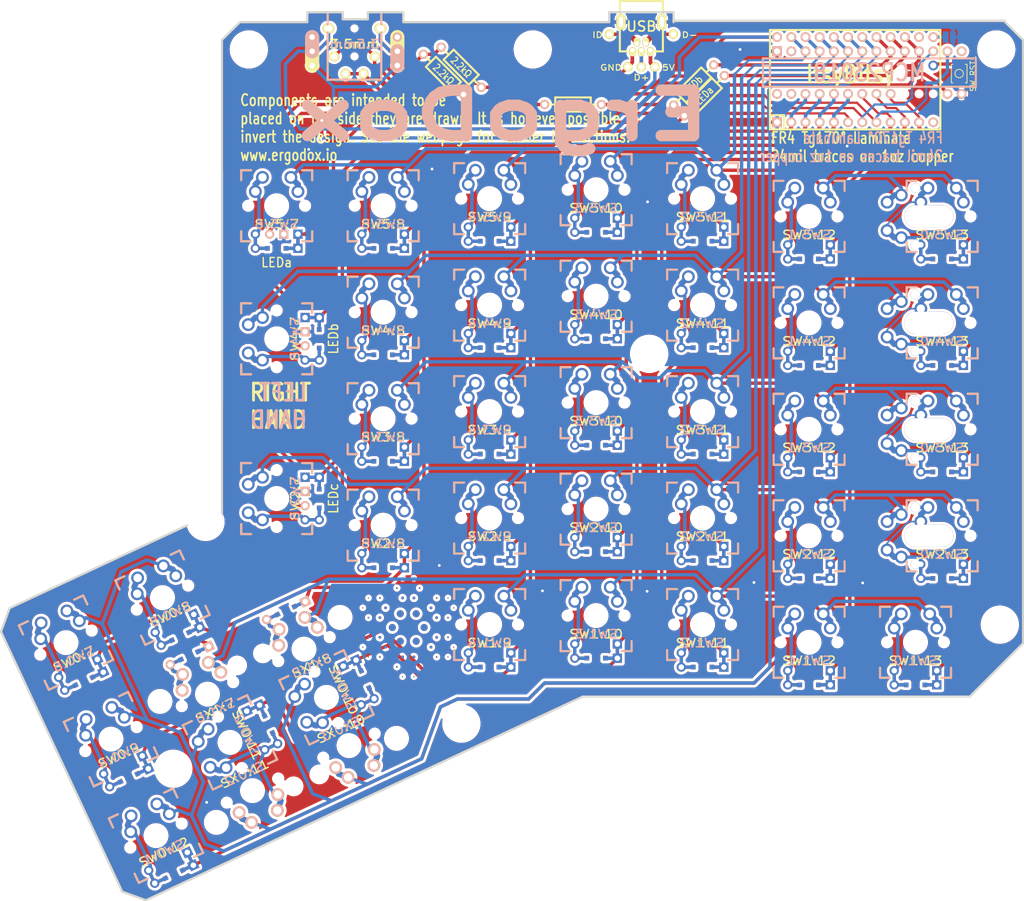
<source format=kicad_pcb>
(kicad_pcb
	(version 20241229)
	(generator "pcbnew")
	(generator_version "9.0")
	(general
		(thickness 1.6002)
		(legacy_teardrops no)
	)
	(paper "A4")
	(layers
		(0 "F.Cu" signal "Front")
		(2 "B.Cu" signal "Back")
		(9 "F.Adhes" user "F.Adhesive")
		(11 "B.Adhes" user "B.Adhesive")
		(13 "F.Paste" user)
		(15 "B.Paste" user)
		(5 "F.SilkS" user "F.Silkscreen")
		(7 "B.SilkS" user "B.Silkscreen")
		(1 "F.Mask" user)
		(3 "B.Mask" user)
		(17 "Dwgs.User" user "User.Drawings")
		(19 "Cmts.User" user "User.Comments")
		(21 "Eco1.User" user "User.Eco1")
		(23 "Eco2.User" user "User.Eco2")
		(25 "Edge.Cuts" user)
		(27 "Margin" user)
		(31 "F.CrtYd" user "F.Courtyard")
		(29 "B.CrtYd" user "B.Courtyard")
	)
	(setup
		(stackup
			(layer "F.SilkS"
				(type "Top Silk Screen")
			)
			(layer "F.Paste"
				(type "Top Solder Paste")
			)
			(layer "F.Mask"
				(type "Top Solder Mask")
				(thickness 0.01)
			)
			(layer "F.Cu"
				(type "copper")
				(thickness 0.035)
			)
			(layer "dielectric 1"
				(type "core")
				(thickness 1.5102)
				(material "FR4")
				(epsilon_r 4.5)
				(loss_tangent 0.02)
			)
			(layer "B.Cu"
				(type "copper")
				(thickness 0.035)
			)
			(layer "B.Mask"
				(type "Bottom Solder Mask")
				(thickness 0.01)
			)
			(layer "B.Paste"
				(type "Bottom Solder Paste")
			)
			(layer "B.SilkS"
				(type "Bottom Silk Screen")
			)
			(copper_finish "None")
			(dielectric_constraints no)
		)
		(pad_to_mask_clearance 0.0508)
		(allow_soldermask_bridges_in_footprints no)
		(tenting front back)
		(pcbplotparams
			(layerselection 0x00000000_00000000_55555555_57ffffff)
			(plot_on_all_layers_selection 0x00000000_00000000_00000000_00000000)
			(disableapertmacros no)
			(usegerberextensions yes)
			(usegerberattributes yes)
			(usegerberadvancedattributes yes)
			(creategerberjobfile yes)
			(dashed_line_dash_ratio 12.000000)
			(dashed_line_gap_ratio 3.000000)
			(svgprecision 4)
			(plotframeref no)
			(mode 1)
			(useauxorigin no)
			(hpglpennumber 1)
			(hpglpenspeed 20)
			(hpglpendiameter 100.000000)
			(pdf_front_fp_property_popups yes)
			(pdf_back_fp_property_popups yes)
			(pdf_metadata yes)
			(pdf_single_document no)
			(dxfpolygonmode yes)
			(dxfimperialunits yes)
			(dxfusepcbnewfont yes)
			(psnegative no)
			(psa4output no)
			(plot_black_and_white yes)
			(sketchpadsonfab no)
			(plotpadnumbers no)
			(hidednponfab no)
			(sketchdnponfab yes)
			(crossoutdnponfab yes)
			(subtractmaskfromsilk no)
			(outputformat 1)
			(mirror no)
			(drillshape 0)
			(scaleselection 1)
			(outputdirectory "gerber/")
		)
	)
	(net 0 "")
	(net 1 "/COL0")
	(net 2 "/COL1")
	(net 3 "/COL10")
	(net 4 "/COL11")
	(net 5 "/COL4")
	(net 6 "/COL5")
	(net 7 "/COL6")
	(net 8 "/LED_A")
	(net 9 "/LED_B")
	(net 10 "/LED_C")
	(net 11 "/ROW0")
	(net 12 "/ROW1")
	(net 13 "/ROW2")
	(net 14 "/ROW3")
	(net 15 "/ROW4")
	(net 16 "/ROW5")
	(net 17 "/SCLM")
	(net 18 "/SDAM")
	(net 19 "GND")
	(net 20 "VCC")
	(net 21 "Net-(D1:7-Pad1)")
	(net 22 "Net-(D1:8-Pad1)")
	(net 23 "Net-(J1-Pad1)")
	(net 24 "Net-(J1-Pad2)")
	(net 25 "Net-(J1-Pad3)")
	(net 26 "Net-(J1-Pad4)")
	(net 27 "Net-(J1-Pad5)")
	(net 28 "Net-(LED_A1-Pad1)")
	(net 29 "Net-(LED_B1-Pad1)")
	(net 30 "Net-(LED_C1-Pad1)")
	(net 31 "Net-(SW0:7-Pad2)")
	(net 32 "Net-(SW0:8-Pad2)")
	(net 33 "Net-(SW0:9-Pad2)")
	(net 34 "Net-(SW0:10-Pad2)")
	(net 35 "Net-(SW0:11-Pad2)")
	(net 36 "Net-(SW0:12-Pad2)")
	(net 37 "Net-(SW1:9-Pad2)")
	(net 38 "Net-(SW1:10-Pad2)")
	(net 39 "Net-(SW1:11-Pad2)")
	(net 40 "Net-(SW1:12-Pad2)")
	(net 41 "Net-(SW1:13-Pad2)")
	(net 42 "Net-(SW2:7-Pad2)")
	(net 43 "Net-(SW2:8-Pad2)")
	(net 44 "Net-(SW2:9-Pad2)")
	(net 45 "Net-(SW2:10-Pad2)")
	(net 46 "Net-(SW2:11-Pad2)")
	(net 47 "Net-(SW2:12-Pad2)")
	(net 48 "Net-(SW2:13-Pad2)")
	(net 49 "Net-(SW3:8-Pad2)")
	(net 50 "Net-(SW3:9-Pad2)")
	(net 51 "Net-(SW3:10-Pad2)")
	(net 52 "Net-(SW3:11-Pad2)")
	(net 53 "Net-(SW3:12-Pad2)")
	(net 54 "Net-(SW3:13-Pad2)")
	(net 55 "Net-(SW4:7-Pad2)")
	(net 56 "Net-(SW4:8-Pad2)")
	(net 57 "Net-(SW4:9-Pad2)")
	(net 58 "Net-(SW4:10-Pad2)")
	(net 59 "Net-(SW4:11-Pad2)")
	(net 60 "Net-(SW4:12-Pad2)")
	(net 61 "Net-(SW4:13-Pad2)")
	(net 62 "Net-(SW5:7-Pad2)")
	(net 63 "Net-(SW5:8-Pad2)")
	(net 64 "Net-(SW5:9-Pad2)")
	(net 65 "Net-(SW5:10-Pad2)")
	(net 66 "Net-(SW5:11-Pad2)")
	(net 67 "Net-(SW5:12-Pad2)")
	(net 68 "Net-(SW5:13-Pad2)")
	(net 69 "Net-(U1-Pad12)")
	(net 70 "Net-(U1-Pad19)")
	(net 71 "Net-(U2-Pad14)")
	(net 72 "Net-(U2-Pad27)")
	(net 73 "Net-(U2-Pad28)")
	(net 74 "/RST")
	(footprint "ErgoDOX pcb:MX_FLIP_DIODE" (layer "F.Cu") (at 186.69 143.20266))
	(footprint "ErgoDOX pcb:MX_FLIP_DIODE" (layer "F.Cu") (at 129.54 138.43))
	(footprint "ErgoDOX pcb:MX_FLIP_DIODE" (layer "F.Cu") (at 110.49 140.02766))
	(footprint "ErgoDOX pcb:MX_FLIP_XX" (layer "F.Cu") (at 191.4525 124.15266))
	(footprint "ErgoDOX pcb:MX_FLIP_DIODE" (layer "F.Cu") (at 129.54 119.38))
	(footprint "ErgoDOX pcb:MX_FLIP_DIODE" (layer "F.Cu") (at 110.49 120.97766))
	(footprint "ErgoDOX pcb:MX_FLIP_DIODE" (layer "F.Cu") (at 72.39 117.48516 90))
	(footprint "ErgoDOX pcb:MX_FLIP_XX" (layer "F.Cu") (at 191.4525 105.10266))
	(footprint "ErgoDOX pcb:MX_FLIP_DIODE" (layer "F.Cu") (at 148.59 101.92766))
	(footprint "ErgoDOX pcb:MX_FLIP_DIODE" (layer "F.Cu") (at 129.54 100.33))
	(footprint "ErgoDOX pcb:MX_FLIP_DIODE" (layer "F.Cu") (at 110.49 101.92766))
	(footprint "ErgoDOX pcb:MX_FLIP_DIODE" (layer "F.Cu") (at 91.44 103.19766))
	(footprint "ErgoDOX pcb:MX_FLIP_XX" (layer "F.Cu") (at 191.4525 86.05266))
	(footprint "ErgoDOX pcb:MX_FLIP_DIODE" (layer "F.Cu") (at 167.64 86.05266))
	(footprint "ErgoDOX pcb:MX_FLIP_DIODE" (layer "F.Cu") (at 148.59 82.87766))
	(footprint "ErgoDOX pcb:MX_FLIP_DIODE"
		(layer "F.Cu")
		(uuid "00000000-0000-0000-0000-00004e035888")
		(at 129.54 81.28)
		(property "Reference" "SW4:10"
			(at 0 3.302 0)
			(layer "F.SilkS")
			(uuid "3aeb4c76-1042-41ca-9904-cdac775dc684")
			(effects
				(font
					(size 1.524 1.778)
					(thickness 0.254)
				)
			)
		)
		(property "Value" "SW4:3"
			(at 0 3.302 0)
			(layer "B.SilkS")
			(uuid "daf8043e-24d5-4515-8d8d-985da3f0b0cc")
			(effects
				(font
					(size 1.524 1.778)
					(thickness 0.254)
				)
				(justify mirror)
			)
		)
		(property "Datasheet" ""
			(at 0 0 0)
			(layer "F.Fab")
			(hide yes)
			(uuid "7aacf6a0-9562-44fb-acb2-03ba329da613")
			(effects
				(font
					(size 1.27 1.27)
					(thickness 0.15)
				)
			)
		)
		(property "Description" ""
			(at 0 0 0)
			(layer "F.Fab")
			(hide yes)
			(uuid "3edd4909-cc19-4f2e-9b1b-f6b626f1e03f")
			(effects
				(font
					(size 1.27 1.27)
					(thickness 0.15)
				)
			)
		)
		(path "/00000000-0000-0000-0000-00004d92df2f")
		(attr through_hole)
		(fp_line
			(start -3.81 7.62)
			(end -1.6637 7.62)
			(stroke
				(width 0.6096)
				(type solid)
			)
			(layer "F.Cu")
			(uuid "52e2ffd3-224d-4dc3-8c62-9f11dd8852c4")
		)
		(fp_line
			(start 1.6637 7.62)
			(end 3.81 7.62)
			(stroke
				(width 0.6096)
				(type solid)
			)
			(layer "F.Cu")
			(uuid "6b186ac7-7558-4ced-af24-afa4583a2d64")
		)
		(fp_line
			(start -3.81 7.62)
			(end -1.6637 7.62)
			(stroke
				(width 0.6096)
				(type solid)
			)
			(layer "B.Cu")
			(uuid "9d698868-a598-4503-a13d-fca227ff505e")
		)
		(fp_line
			(start 1.6637 7.62)
			(end 3.81 7.62)
			(stroke
				(width 0.6096)
				(type solid)
			)
			(layer "B.Cu")
			(uuid "2788ab51-5d75-4d5c-8f0e-65d4b25f3a24")
		)
		(fp_line
			(start -6.35 -6.35)
			(end -4.572 -6.35)
			(stroke
				(width 0.381)
				(type solid)
			)
			(layer "F.SilkS")
			(uuid "c59c0dca-bc2e-4d91-a015-c4f69e990579")
		)
		(fp_line
			(start -6.35 -4.572)
			(end -6.35 -6.35)
			(stroke
				(width 0.381)
				(type solid)
			)
			(layer "F.SilkS")
			(uuid "b55d250f-e188-429c-845d-5699fdeb5ad8")
		)
		(fp_line
			(start -6.35 6.35)
			(end -6.35 4.572)
			(stroke
				(width 0.381)
				(type solid)
			)
			(layer "F.SilkS")
			(uuid "1ee65c5a-6add-4074-91fb-0ea87a3056ea")
		)
		(fp_line
			(start -4.572 6.35)
			(end -6.35 6.35)
			(stroke
				(width 0.381)
				(type solid)
			)
			(layer "F.SilkS")
			(uuid "5b028f8e-8a68-452a-905f-44483315f240")
		)
		(fp_line
			(start 4.572 -6.35)
			(end 6.35 -6.35)
			(stroke
				(width 0.381)
				(type solid)
			)
			(layer "F.SilkS")
			(uuid "33f18d75-00d2-4455-aa5c-f256b52ab5a1")
		)
		(fp_line
			(start 6.35 -6.35)
			(end 6.35 -4.572)
			(stroke
				(width 0.381)
				(type solid)
			)
			(layer "F.SilkS")
			(uuid "2c7a3e92-781c-42c3-ab1d-b7c2f71f28e4")
		)
		(fp_line
			(start 6.35 4.572)
			(end 6.35 6.35)
			(stroke
				(width 0.381)
				(type solid)
			)
			(layer "F.SilkS")
			(uuid "06e43d0c-bfc2-43a4-9224-53cba164eebc")
		)
		(fp_line
			(start 6.35 6.35)
			(end 4.572 6.35)
			(stroke
				(width 0.381)
				(type solid)
			)
			(layer "F.SilkS")
			(uuid "2ecdc7ca-9ada-4184-b1a8-1e45dd38c706")
		)
		(fp_line
			(start -6.35 -6.35)
			(end -4.572 -6.35)
			(stroke
				(width 0.381)
				(type solid)
			)
			(layer "B.SilkS")
			(uuid "40177b2b-e5cb-4b11-a32d-eea50ca4c840")
		)
		(fp_line
			(start -6.35 -4.572)
			(end -6.35 -6.35)
			(stroke
				(width 0.381)
				(type solid)
			)
			(layer "B.SilkS")
			(uuid "c6c26dd9-9905-4580-bd13-5363690d3257")
		)
		(fp_line
			(start -6.35 6.35)
			(end -6.35 4.572)
			(stroke
				(width 0.381)
				(type solid)
			)
			(layer "B.SilkS")
			(uuid "344d62b9-7ef5-479a-92ab-385d2c34fd66")
		)
		(fp_line
			(start -4.572 6.35)
			(end -6.35 6.35)
			(stroke
				(width 0.381)
				(type solid)
			)
			(layer "B.SilkS")
			(uuid "934b32c8-53a3-483e-ad7e-461a38808eb5")
		)
		(fp_line
			(start 4.572 -6.35)
			(end 6.35 -6.35)
			(stroke
				(width 0.381)
				(type solid)
			)
			(layer "B.SilkS")
			(uuid "0a4497b7-a909-453c-bbe2-98bbb5e9603f")
		)
		(fp_line
			(start 6.35 -6.35)
			(end 6.35 -4.572)
			(stroke
				(width 0.381)
				(type solid)
			)
			(layer "B.SilkS")
			(uuid "514ba9ce-f016-459e-8f30-224baf123232")
		)
		(fp_line
			(start 6.35 4.572)
			(end 6.35 6.35)
			(stroke
				(width 0.381)
				(type solid)
			)
			(layer "B.SilkS")
			(uuid "428951bf-8ce7-48d6-b900-84abbff2436f")
		)
		(fp_line
			(start 6.35 6.35)
			(end 4.572 6.35)
			(stroke
				(width 0.381)
				(type solid)
			)
			(layer "B.SilkS")
			(uuid "6d7a50aa-e5e7-480a-a73f-7f77e7ad317c")
		)
		(fp_line
			(start -6.35 -6.35)
			(end 6.35 -6.35)
			(stroke
				(width 0.381)
				(type solid)
			)
			(layer "Cmts.User")
			(uuid "1aa6eef2-5a9d-400d-87e1-4a9b2cadec48")
		)
		(fp_line
			(start -6.35 6.35)
			(end -6.35 -6.35)
			(stroke
				(width 0.381)
				(type solid)
			)
			(layer "Cmts.User")
			(uuid "1dcc2109-07be-4558-8db1-03d285994632")
		)
		(fp_line
			(start 6.35 -6.35)
			(end 6.35 6.35)
			(stroke
				(width 0.381)
				(type solid)
			)
			(layer "Cmts.User")
			(uuid "ab00fd89-285f-4948-88a2-2486706ca606")
		)
		(fp_line
			(start 6.35 6.35)
			(end -6.35 6.35)
			(stroke
				(width 0.381)
				(type solid)
			)
			(layer "Cmts.User")
			(uuid "eb8eb407-2c74-4afc-989f-d7bae1e3cf22")
		)
		(fp_line
			(start -7.7978 -6.00456)
			(end -6.985 -6.00456)
			(stroke
				(width 0.1524)
				(type solid)
			)
			(layer "Eco2.User")
			(uuid "d23e85bb-61c9-4845-973a-c95e02a85f37")
		)
		(fp_line
			(start -7.7978 -2.50444)
			(end -7.7978 -6.00456)
			(stroke
				(width 0.1524)
				(type solid)
			)
			(layer "Eco2.User")
			(uuid "c5527643-7f0b-41f1-a190-a83cb228e3c8")
		)
		(fp_line
			(start -7.7978 2.50444)
			(end -6.985 2.50444)
			(stroke
				(width 0.1524)
				(type solid)
			)
			(layer "Eco2.User")
			(uuid "39053d87-bdca-40c0-904a-b297feacc6fd")
		)
		(fp_line
			(start -7.7978 6.00456)
			(end -7.7978 2.50444)
			(stroke
				(width 0.1524)
				(type solid)
			)
			(layer "Eco2.User")
			(uuid "fa415030-3ca5-4433-ae86-4260ec93f41d")
		)
		(fp_line
			(start -6.985 -6.985)
			(end 6.985 -6.985)
			(stroke
				(width 0.1524)
				(type solid)
			)
			(layer "Eco2.User")
			(uuid "b5ce48bf-37b3-401d-b3b1-509c3d113a53")
		)
		(fp_line
			(start -6.985 -6.00456)
			(end -6.985 -6.985)
			(stroke
				(width 0.1524)
				(type solid)
			)
			(layer "Eco2.User")
			(uuid "5ce32482-ebb4-4382-b4ef-11825a617eff")
		)
		(fp_line
			(start -6.985 -2.50444)
			(end -7.7978 -2.50444)
			(stroke
				(width 0.1524)
				(type solid)
			)
			(layer "Eco2.User")
			(uuid "d5188acd-8dcd-4aea-9358-40bc5a7cbb28")
		)
		(fp_line
			(start -6.985 2.50444)
			(end -6.985 -2.50444)
			(stroke
				(width 0.1524)
				(type solid)
			)
			(layer "Eco2.User")
			(uuid "87dc592d-06fb-4199-80fa-434c889ee676")
		)
		(fp_line
			(start -6.985 6.00456)
			(end -7.7978 6.00456)
			(stroke
				(width 0.1524)
				(type solid)
			)
			(layer "Eco2.User")
			(uuid "8f0ffe80-53aa-41d9-8922-6f464339036b")
		)
		(fp_line
			(start -6.985 6.985)
			(end -6.985 6.00456)
			(stroke
				(width 0.1524)
				(type solid)
			)
			(layer "Eco2.User")
			(uuid "3f97843f-fe86-481f-abda-6fbd019bac11")
		)
		(fp_line
			(start 6.985 -6.985)
			(end 6.985 -6.00456)
			(stroke
				(width 0.1524)
				(type solid)
			)
			(layer "Eco2.User")
			(uuid "6519cd92-5944-4644-9ca0-dcf9c2a7348a")
		)
		(fp_line
			(start 6.985 -6.00456)
			(end 7.7978 -6.00456)
			(stroke
				(width 0.1524)
				(type solid)
			)
			(layer "Eco2.User")
			(uuid "5df4e58e-7b14-4075-b58f-22208c3ce736")
		)
		(fp_line
			(start 6.985 -2.50444)
			(end 6.985 2.50444)
			(stroke
				(width 0.1524)
				(type solid)
			)
			(layer "Eco2.User")
			(uuid "d91dc74f-d9e2-4450-b733-d1b5f8ede423")
		)
		(fp_line
			(start 6.985 2.50444)
			(end 7.7978 2.50444)
			(stroke
				(width 0.1524)
				(type solid)
			)
			(layer "Eco2.User")
			(uuid "179f142f-1300-4375-b773-21ed8c76e951")
		)
		(fp_line
			(start 6.985 6.00456)
			(end 6.985 6.985)
			(stroke
				(width 0.1524)
				(type solid)
			)
			(layer "Eco2.User")
			(uuid "dafafd6f-4bbf-44cd-906c-536f4cc2184b")
		)
		(fp_line
			(start 6.985 6.985)
			(end -6.985 6.985)
			(stroke
				(width 0.1524)
				(type solid)
			)
			(layer "Eco2.User")
			(uuid "f07725d1-8219-4412-9e95-0c598bd1308e")
		)
		(fp_line
			(start 7.7978 -6.00456)
			(end 7.7978 -2.50444)
			(stroke
				(width 0.1524)
				(type solid)
			)
			(layer "Eco2.User")
			(uuid "557108a8-4063-477d-ac21-eda4fa0c05a5")
		)
		(fp_line
			(start 7.7978 -2.50444)
			(end 6.985 -2.50444)
			(stroke
				(width 0.1524)
				(type solid)
			)
			(layer "Eco2.User")
			(uuid "7c541fba-4e87-4010-a094-7106740a06b9")
		)
		(fp_line
			(start 7.7978 2.50444)
			(end 7.7978 6.00456)
			(stroke
				(width 0.1524)
				(type solid)
			)
			(layer "Eco2.User")
			(uuid "d597e4af-b0a9-42ee-a561-b15a8fd9f661")
		)
		(fp_line
			(start 7.7978 6.00456)
			(end 6.985 6.00456)
			(stroke
				(width 0.1524)
				(type solid)
			)
			(layer "Eco2.User")
			(uuid "15276ef6-4e32-44fc-98ce-afc44e59ab25")
		)
		(pad "" np_thru_hole circle
			(at -5.08 0)
			(size 1.7018 1.7018)
			(drill 1.7018)
			(layers "*.Cu" "*.Mask")
			(zone_connect 2)
			(uuid "31fa36f3-003c-4d3e-9b7d-1e67cc076a84")
		)
		(pad "" np_thru_hole circle
			(at 0 0)
			(size 3.9878 3.9878)
			(drill 3.9878)
			(layers "*.Cu" "*.Mask")
			(zone_connect 2)
			(uuid "87b606cc-2c01-4cd6-814c-77403804b018")
		)
		(pad "" np_thru_hole circle
			(at 5.08 0)
			(size 1.7018 1.7018)
			(drill 1.7018)
			(layers "*.Cu" "*.Mask")
			(zone_connect 2)
			(uuid "45d1ed0b-b0a6-45aa-a52e-3abd3ed1b5f6")
		)
		(pad "1" thru_hole circle
			(at 2.54 -5.08)
			(size 2.286 2.286)
			(drill 1.4986)
			(layers "*.Cu" "*.Mask")
			(remove_unused_layers no)
			(net 15 "/ROW4")
			(uuid "d91972af-8d0b-48a3-b0de-384ec7539e2d")
		)
		(pad "1" thru_hole circle
			(at 3.81 -2.54)
			(size 2.286 2.286)
			(drill 1.4986)
			(layers "*.Cu" "*.Ma
... [2490852 chars truncated]
</source>
